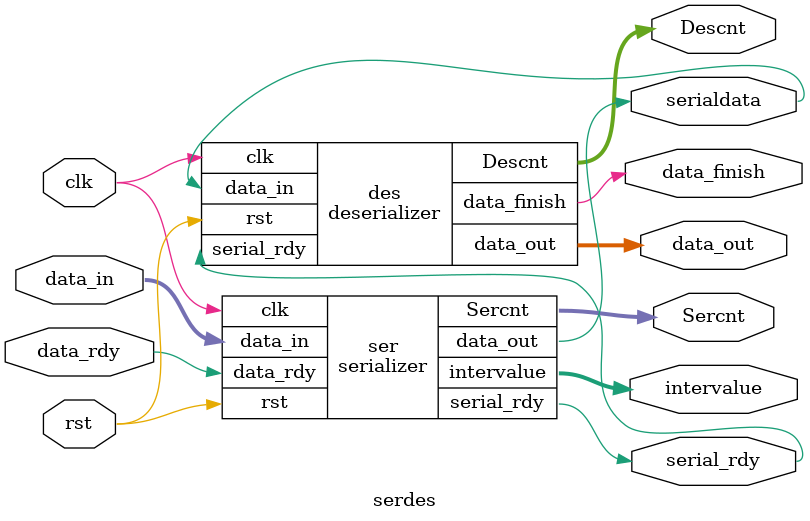
<source format=sv>
`timescale 1ns / 1ps
interface dut_if();
  logic clk, rst;
  logic serialdata;
  logic [5:0] Sercnt, Descnt;
  logic serial_rdy;
  logic [39:0] intervalue; //Debug, inner value of serializer
endinterface

module serializer(
    input clk,
  	input rst,
    input data_rdy,
  	input [39:0] data_in,
    output reg data_out,
    output reg [5:0] Sercnt,
    output reg [39:0] intervalue,
    output reg serial_rdy
    );
  


  always @(rst) begin
    data_out <= 0;
    Sercnt <= 0;
    intervalue <= 0;
  end
  
  always @(posedge clk) begin 
    if (Sercnt == 39)   begin Sercnt <=0; end  
    else  begin Sercnt <= Sercnt + 1;  end

    data_out <= intervalue[Sercnt];
    if(data_rdy)   begin intervalue <= data_in; Sercnt <=0; serial_rdy <= 1; end//High possibility for timing bug, serial_rdy here, check.
    else serial_rdy <= 0;
  end

    // always @(posedge clk) begin
    //   data_out <= intervalue[Sercnt];
    // end
    // always @(posedge data_rdy) begin
    //   intervalue <= data_in;
    // end


endmodule

module deserializer(
    input clk,
  	input rst,
  	input  data_in,
    input serial_rdy,
  	output reg [39:0] data_out,
    output reg [5:0] Descnt,
    output reg data_finish
);
  
  always @(rst) begin
    data_out <= 0;
    Descnt <= 0;
    data_finish <=0;
  end
  
  always @(posedge clk) begin 
    if (Descnt == 39)   begin Descnt <=0; data_finish <=1; end  //Data after Descnt > 39 will be invalid.
    else begin Descnt <= Descnt + 1; data_finish <=0; end

    if (serial_rdy) Descnt <= 0; //High possibility for bug here, check.
  end

    always @(posedge clk) begin
      data_out[Descnt] <= data_in;
    end
endmodule

module serdes(
  input clk,
  input rst,
  input [39:0] data_in,
  output [39:0] data_out, 
  output [5:0] Sercnt,
  output [5:0] Descnt,
  output reg serialdata,
  input data_rdy,
  output data_finish,
  output [39:0] intervalue,
  output serial_rdy
);
serializer ser(
  .clk     (clk),
  .rst     (rst),
  .data_in (data_in),
  .data_out(serialdata),
  .Sercnt  (Sercnt),
  .data_rdy(data_rdy),
  .intervalue(intervalue),
  .serial_rdy(serial_rdy)
);
deserializer des(
  .clk     (clk),
  .rst     (rst),
  .data_in (serialdata),
  .data_out(data_out),
  .Descnt  (Descnt),
  .data_finish(data_finish),
  .serial_rdy (serial_rdy)
);

endmodule // module
</source>
